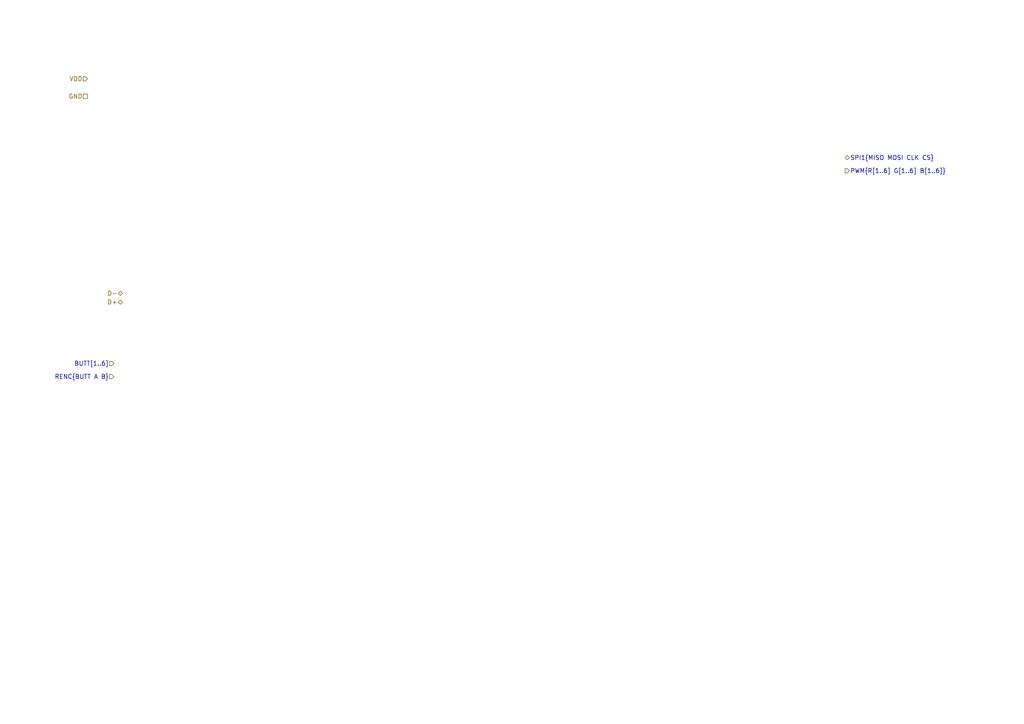
<source format=kicad_sch>
(kicad_sch
	(version 20250114)
	(generator "eeschema")
	(generator_version "9.0")
	(uuid "a371b7aa-2cb7-44b0-b16f-0e7046382457")
	(paper "A4")
	(lib_symbols)
	(hierarchical_label "D-"
		(shape bidirectional)
		(at 35.56 85.09 180)
		(effects
			(font
				(size 1.27 1.27)
			)
			(justify right)
		)
		(uuid "33725dd9-6306-4a60-8985-cecb8e9eb933")
	)
	(hierarchical_label "GND"
		(shape passive)
		(at 25.4 27.94 180)
		(effects
			(font
				(size 1.27 1.27)
			)
			(justify right)
		)
		(uuid "7c7ad01e-08ee-4db3-b58e-3151ea1b0465")
	)
	(hierarchical_label "PWM{R[1..6] G[1..6] B[1..6]}"
		(shape output)
		(at 245.11 49.53 0)
		(effects
			(font
				(size 1.27 1.27)
			)
			(justify left)
		)
		(uuid "8a72a668-fdf4-4a8c-92c3-c3c90e9ad54e")
	)
	(hierarchical_label "VDD"
		(shape input)
		(at 25.4 22.86 180)
		(effects
			(font
				(size 1.27 1.27)
			)
			(justify right)
		)
		(uuid "a2957d61-e9f2-412a-96f7-8d0359a0245f")
	)
	(hierarchical_label "SPI1{MISO MOSI CLK CS}"
		(shape bidirectional)
		(at 245.11 45.72 0)
		(effects
			(font
				(size 1.27 1.27)
			)
			(justify left)
		)
		(uuid "d7ecee90-ac7d-4edd-a4b0-7397bfdc5734")
	)
	(hierarchical_label "RENC{BUTT A B}"
		(shape input)
		(at 33.02 109.22 180)
		(effects
			(font
				(size 1.27 1.27)
			)
			(justify right)
		)
		(uuid "f2b2e06b-c4d3-4bf0-85a5-5301144e9952")
	)
	(hierarchical_label "D+"
		(shape bidirectional)
		(at 35.56 87.63 180)
		(effects
			(font
				(size 1.27 1.27)
			)
			(justify right)
		)
		(uuid "f6063576-a14f-4701-ac4e-21dc80b114b8")
	)
	(hierarchical_label "BUTT[1..6]"
		(shape input)
		(at 33.02 105.41 180)
		(effects
			(font
				(size 1.27 1.27)
			)
			(justify right)
		)
		(uuid "fb38dad5-6064-409a-bacf-41276347cb6d")
	)
)

</source>
